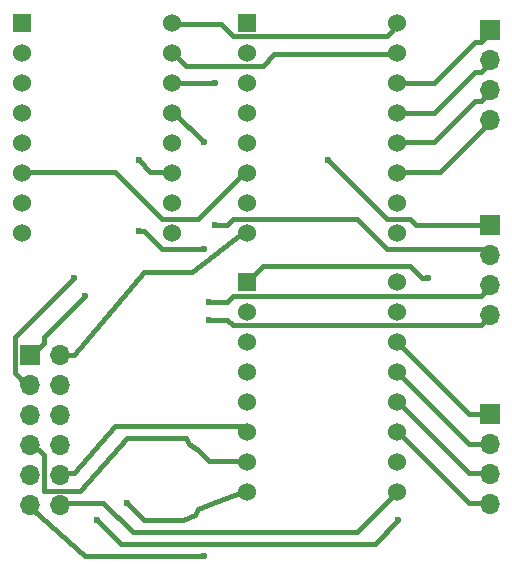
<source format=gbr>
G04 #@! TF.FileFunction,Copper,L2,Bot,Signal*
%FSLAX46Y46*%
G04 Gerber Fmt 4.6, Leading zero omitted, Abs format (unit mm)*
G04 Created by KiCad (PCBNEW 4.0.7) date 09/28/18 11:04:12*
%MOMM*%
%LPD*%
G01*
G04 APERTURE LIST*
%ADD10C,0.100000*%
%ADD11R,1.524000X1.524000*%
%ADD12C,1.524000*%
%ADD13R,1.700000X1.700000*%
%ADD14O,1.700000X1.700000*%
%ADD15C,0.600000*%
%ADD16C,0.400000*%
G04 APERTURE END LIST*
D10*
D11*
X132660000Y-87850000D03*
D12*
X132660000Y-90390000D03*
X132660000Y-92930000D03*
X132660000Y-95470000D03*
X132660000Y-98010000D03*
X132660000Y-100550000D03*
X132660000Y-103090000D03*
X132660000Y-105630000D03*
X145360000Y-105630000D03*
X145360000Y-103090000D03*
X145360000Y-100550000D03*
X145360000Y-98010000D03*
X145360000Y-95470000D03*
X145360000Y-92930000D03*
X145360000Y-90390000D03*
X145360000Y-87850000D03*
D11*
X113660000Y-87850000D03*
D12*
X113660000Y-90390000D03*
X113660000Y-92930000D03*
X113660000Y-95470000D03*
X113660000Y-98010000D03*
X113660000Y-100550000D03*
X113660000Y-103090000D03*
X113660000Y-105630000D03*
X126360000Y-105630000D03*
X126360000Y-103090000D03*
X126360000Y-100550000D03*
X126360000Y-98010000D03*
X126360000Y-95470000D03*
X126360000Y-92930000D03*
X126360000Y-90390000D03*
X126360000Y-87850000D03*
D11*
X132660000Y-109850000D03*
D12*
X132660000Y-112390000D03*
X132660000Y-114930000D03*
X132660000Y-117470000D03*
X132660000Y-120010000D03*
X132660000Y-122550000D03*
X132660000Y-125090000D03*
X132660000Y-127630000D03*
X145360000Y-127630000D03*
X145360000Y-125090000D03*
X145360000Y-122550000D03*
X145360000Y-120010000D03*
X145360000Y-117470000D03*
X145360000Y-114930000D03*
X145360000Y-112390000D03*
X145360000Y-109850000D03*
D13*
X114280000Y-116010000D03*
D14*
X116820000Y-116010000D03*
X114280000Y-118550000D03*
X116820000Y-118550000D03*
X114280000Y-121090000D03*
X116820000Y-121090000D03*
X114280000Y-123630000D03*
X116820000Y-123630000D03*
X114280000Y-126170000D03*
X116820000Y-126170000D03*
X114280000Y-128710000D03*
X116820000Y-128710000D03*
D13*
X153280000Y-88510000D03*
D14*
X153280000Y-91050000D03*
X153280000Y-93590000D03*
X153280000Y-96130000D03*
D13*
X153280000Y-105010000D03*
D14*
X153280000Y-107550000D03*
X153280000Y-110090000D03*
X153280000Y-112630000D03*
D13*
X153280000Y-121010000D03*
D14*
X153280000Y-123550000D03*
X153280000Y-126090000D03*
X153280000Y-128630000D03*
D15*
X118000000Y-109500000D03*
X119000000Y-111000000D03*
X129500000Y-113000000D03*
X129000000Y-107000000D03*
X123500000Y-105500000D03*
X123500000Y-99500000D03*
X129500000Y-111500000D03*
X130000000Y-105000000D03*
X129000000Y-98000000D03*
X130000000Y-93000000D03*
X139500000Y-99500000D03*
X148000000Y-109500000D03*
X145500000Y-130000000D03*
X120000000Y-130000000D03*
X122500000Y-128500000D03*
X129000000Y-133000000D03*
D16*
X118000000Y-109500000D02*
X113000000Y-114500000D01*
X113000000Y-114500000D02*
X113000000Y-117500000D01*
X113000000Y-117500000D02*
X114000000Y-118500000D01*
X114000000Y-118500000D02*
X114500000Y-118500000D01*
X114500000Y-118500000D02*
X114280000Y-118550000D01*
X119000000Y-111000000D02*
X115500000Y-114500000D01*
X115500000Y-114500000D02*
X115500000Y-115000000D01*
X115500000Y-115000000D02*
X114500000Y-116000000D01*
X114500000Y-116000000D02*
X114280000Y-116010000D01*
X132660000Y-105630000D02*
X132500000Y-105500000D01*
X132500000Y-105500000D02*
X128000000Y-109000000D01*
X128000000Y-109000000D02*
X124000000Y-109000000D01*
X124000000Y-109000000D02*
X118000000Y-116000000D01*
X118000000Y-116000000D02*
X117000000Y-116000000D01*
X117000000Y-116000000D02*
X116820000Y-116010000D01*
X153280000Y-96130000D02*
X153500000Y-96000000D01*
X153500000Y-96000000D02*
X149000000Y-100500000D01*
X149000000Y-100500000D02*
X145500000Y-100500000D01*
X145500000Y-100500000D02*
X145360000Y-100550000D01*
X153280000Y-93590000D02*
X153500000Y-93500000D01*
X153500000Y-93500000D02*
X152500000Y-94500000D01*
X152500000Y-94500000D02*
X152000000Y-94500000D01*
X152000000Y-94500000D02*
X148500000Y-98000000D01*
X148500000Y-98000000D02*
X145500000Y-98000000D01*
X145500000Y-98000000D02*
X145360000Y-98010000D01*
X153280000Y-91050000D02*
X153500000Y-91000000D01*
X153500000Y-91000000D02*
X152500000Y-92000000D01*
X152500000Y-92000000D02*
X152000000Y-92000000D01*
X152000000Y-92000000D02*
X148500000Y-95500000D01*
X148500000Y-95500000D02*
X145500000Y-95500000D01*
X145500000Y-95500000D02*
X145360000Y-95470000D01*
X153280000Y-88510000D02*
X153500000Y-88500000D01*
X153500000Y-88500000D02*
X152500000Y-89500000D01*
X152500000Y-89500000D02*
X152000000Y-89500000D01*
X152000000Y-89500000D02*
X148500000Y-93000000D01*
X148500000Y-93000000D02*
X145500000Y-93000000D01*
X145500000Y-93000000D02*
X145360000Y-92930000D01*
X153280000Y-112630000D02*
X153500000Y-112500000D01*
X153500000Y-112500000D02*
X152500000Y-113500000D01*
X152500000Y-113500000D02*
X131500000Y-113500000D01*
X131500000Y-113500000D02*
X131000000Y-113000000D01*
X131000000Y-113000000D02*
X129500000Y-113000000D01*
X129000000Y-107000000D02*
X125500000Y-107000000D01*
X125500000Y-107000000D02*
X124000000Y-105500000D01*
X124000000Y-105500000D02*
X123500000Y-105500000D01*
X123500000Y-99500000D02*
X124500000Y-100500000D01*
X124500000Y-100500000D02*
X126500000Y-100500000D01*
X126500000Y-100500000D02*
X126360000Y-100550000D01*
X153280000Y-110090000D02*
X153500000Y-110000000D01*
X153500000Y-110000000D02*
X152500000Y-111000000D01*
X152500000Y-111000000D02*
X131500000Y-111000000D01*
X131500000Y-111000000D02*
X131000000Y-111500000D01*
X131000000Y-111500000D02*
X129500000Y-111500000D01*
X153280000Y-107550000D02*
X153500000Y-107500000D01*
X153500000Y-107500000D02*
X153000000Y-107000000D01*
X153000000Y-107000000D02*
X144500000Y-107000000D01*
X144500000Y-107000000D02*
X142000000Y-104500000D01*
X142000000Y-104500000D02*
X131500000Y-104500000D01*
X131500000Y-104500000D02*
X131000000Y-105000000D01*
X131000000Y-105000000D02*
X130000000Y-105000000D01*
X129000000Y-98000000D02*
X126500000Y-95500000D01*
X126500000Y-95500000D02*
X126360000Y-95470000D01*
X126360000Y-92930000D02*
X126500000Y-93000000D01*
X126500000Y-93000000D02*
X130000000Y-93000000D01*
X139500000Y-99500000D02*
X144500000Y-104500000D01*
X144500000Y-104500000D02*
X146500000Y-104500000D01*
X146500000Y-104500000D02*
X147000000Y-105000000D01*
X147000000Y-105000000D02*
X153500000Y-105000000D01*
X153500000Y-105000000D02*
X153280000Y-105010000D01*
X132660000Y-109850000D02*
X132500000Y-110000000D01*
X132500000Y-110000000D02*
X134000000Y-108500000D01*
X134000000Y-108500000D02*
X146500000Y-108500000D01*
X146500000Y-108500000D02*
X147500000Y-109500000D01*
X147500000Y-109500000D02*
X148000000Y-109500000D01*
X145500000Y-130000000D02*
X143500000Y-132000000D01*
X143500000Y-132000000D02*
X122000000Y-132000000D01*
X122000000Y-132000000D02*
X120000000Y-130000000D01*
X114280000Y-123630000D02*
X114500000Y-123500000D01*
X114500000Y-123500000D02*
X115500000Y-124500000D01*
X115500000Y-124500000D02*
X115500000Y-127500000D01*
X115500000Y-127500000D02*
X118500000Y-127500000D01*
X118500000Y-127500000D02*
X122500000Y-123000000D01*
X122500000Y-123000000D02*
X127500000Y-123000000D01*
X127500000Y-123000000D02*
X127780000Y-123510000D01*
X127780000Y-123510000D02*
X128500000Y-124000000D01*
X128500000Y-124000000D02*
X129500000Y-125000000D01*
X129500000Y-125000000D02*
X132500000Y-125000000D01*
X132500000Y-125000000D02*
X132660000Y-125090000D01*
X122500000Y-128500000D02*
X124000000Y-130000000D01*
X124000000Y-130000000D02*
X126500000Y-130000000D01*
X126500000Y-130000000D02*
X127280000Y-130010000D01*
X127280000Y-130010000D02*
X128280000Y-129510000D01*
X128280000Y-129510000D02*
X128280000Y-129510000D01*
X128280000Y-129510000D02*
X128500000Y-129000000D01*
X128500000Y-129000000D02*
X129780000Y-128510000D01*
X129780000Y-128510000D02*
X132500000Y-127500000D01*
X132500000Y-127500000D02*
X132660000Y-127630000D01*
X145360000Y-122550000D02*
X145500000Y-122500000D01*
X145500000Y-122500000D02*
X151500000Y-128500000D01*
X151500000Y-128500000D02*
X153500000Y-128500000D01*
X153500000Y-128500000D02*
X153280000Y-128630000D01*
X145360000Y-120010000D02*
X145500000Y-120000000D01*
X145500000Y-120000000D02*
X151500000Y-126000000D01*
X151500000Y-126000000D02*
X153500000Y-126000000D01*
X153500000Y-126000000D02*
X153280000Y-126090000D01*
X145360000Y-117470000D02*
X145500000Y-117500000D01*
X145500000Y-117500000D02*
X151500000Y-123500000D01*
X151500000Y-123500000D02*
X153500000Y-123500000D01*
X153500000Y-123500000D02*
X153280000Y-123550000D01*
X145360000Y-114930000D02*
X145500000Y-115000000D01*
X145500000Y-115000000D02*
X151500000Y-121000000D01*
X151500000Y-121000000D02*
X153500000Y-121000000D01*
X153500000Y-121000000D02*
X153280000Y-121010000D01*
X132660000Y-122050000D02*
X132500000Y-122000000D01*
X132500000Y-122000000D02*
X121500000Y-122000000D01*
X121500000Y-122000000D02*
X118000000Y-126000000D01*
X118000000Y-126000000D02*
X117000000Y-126000000D01*
X117000000Y-126000000D02*
X116820000Y-126170000D01*
X132660000Y-100550000D02*
X132500000Y-100500000D01*
X132500000Y-100500000D02*
X128500000Y-104500000D01*
X128500000Y-104500000D02*
X125500000Y-104500000D01*
X125500000Y-104500000D02*
X121500000Y-100500000D01*
X121500000Y-100500000D02*
X113500000Y-100500000D01*
X113500000Y-100500000D02*
X113660000Y-100550000D01*
X145360000Y-127630000D02*
X145500000Y-127500000D01*
X145500000Y-127500000D02*
X142000000Y-131000000D01*
X142000000Y-131000000D02*
X123000000Y-131000000D01*
X123000000Y-131000000D02*
X120500000Y-128500000D01*
X120500000Y-128500000D02*
X117000000Y-128500000D01*
X117000000Y-128500000D02*
X116820000Y-128710000D01*
X126360000Y-90390000D02*
X126500000Y-90500000D01*
X126500000Y-90500000D02*
X127500000Y-91500000D01*
X127500000Y-91500000D02*
X134000000Y-91500000D01*
X134000000Y-91500000D02*
X135000000Y-90500000D01*
X135000000Y-90500000D02*
X145500000Y-90500000D01*
X145500000Y-90500000D02*
X145360000Y-90390000D01*
X114280000Y-128710000D02*
X114500000Y-128500000D01*
X114500000Y-128500000D02*
X114500000Y-129000000D01*
X114500000Y-129000000D02*
X119000000Y-133000000D01*
X119000000Y-133000000D02*
X129000000Y-133000000D01*
X145360000Y-87850000D02*
X145500000Y-88000000D01*
X145500000Y-88000000D02*
X144500000Y-89000000D01*
X144500000Y-89000000D02*
X131500000Y-89000000D01*
X131500000Y-89000000D02*
X130500000Y-88000000D01*
X130500000Y-88000000D02*
X126500000Y-88000000D01*
X126500000Y-88000000D02*
X126360000Y-87850000D01*
M02*

</source>
